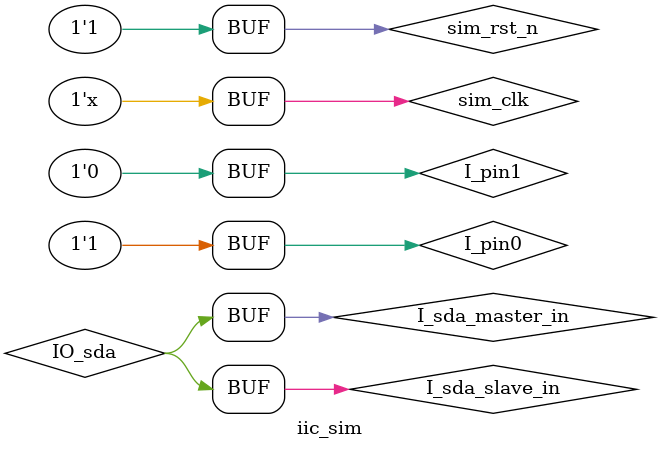
<source format=v>
`timescale 1ns / 1ps

module iic_sim;
parameter CLK_PERIOD = 20; //·ÂÕæÖÜÆÚ20ns=50M
parameter RST_CYCLE = 10; //¸´Î»ÖÜÆÚÊý
parameter RST_TIME = RST_CYCLE * CLK_PERIOD; 

reg sim_clk;
reg sim_rst_n;
reg I_pin1 ;
reg I_pin0 ;

initial
begin
    sim_clk = 0;
    sim_rst_n = 0;
    I_pin1 = 0 ;
	I_pin0 = 1 ;
    #RST_TIME sim_rst_n = 1;
end  

always #(CLK_PERIOD/2) sim_clk = ~sim_clk;

///////////////////////////////////////////////////////

reg           I_send_en           ;  // IIC·¢ËÍÊ¹ÄÜ
reg           I_recv_en           ;  // IIC½ÓÊÕÊ¹ÄÜ
reg   [6:0]   I_dev_addr          ;  // IICÉè±¸µÄÎïÀíµØÖ·
reg   [7:0]   I_word_addr         ;  // IICÉè±¸µÄ×ÖµØÖ·£¬¼´²Ù×÷µÄIICÉè±¸µÄÄÚ²¿µØÖ·
reg   [7:0]   I_write_data        ;  // ÍùIICÉè±¸µÄ×ÖµØÖ·Ð´ÈëµÄÊý¾Ý
reg           I_send_stop         ;  // ·¢ËÍ²Ù×÷½áÊøÐÅºÅ
reg           I_recv_stop         ;  // ½ÓÊÕ²Ù×÷½áÊøÐÅºÅ
wire          O_send_done         ;  // Ð´IICÉè±¸×Ö½Ú£¬·¢ËÍÍê³É±êÖ¾Î»
wire          O_send_end          ;  // Ð´IICÉè±¸²Ù×÷£¬Íê³É±êÖ¾Î»
wire          O_recv_done         ;  // ¶ÁIICÉè±¸×Ö½Ú£¬½ÓÊÕÍê³É±êÖ¾Î»
wire          O_recv_end          ;  // ¶ÁIICÉè±¸²Ù×÷£¬Íê³É±êÖ¾Î»
wire   [7:0]  O_recv_data         ;  // ´ÓIICÉè±¸µÄ×ÖµØÖ·¶Á³öµÄÊý¾Ý
wire          O_sda_master_oe     ;  // ÉèÖÃSDA£¨·½Ïò£©Ä£Ê½£¬1ÎªÊä³ö£¬0ÎªÊäÈë
wire          O_sda_master_out    ;  // SDA¼Ä´æÆ÷£¬ÓÃÓÚSDAÊä³ö
wire          I_sda_master_in     ;  // IIC×ÜÏßµÄË«Ïò´®ÐÐÊý¾ÝÏßSDA
wire          IO_sda              ;
wire          O_scl               ;

wire          O_sda_slave_out     ; // SDAÊä³ö¼Ä´æÆ÷       
                                
iic_master U_iic_master(        
    .I_clk               ( sim_clk            ),
    .I_rst_n             ( sim_rst_n          ),
    .I_send_en           ( I_send_en          ),
    .I_recv_en           ( I_recv_en          ),
    .I_dev_addr          ( I_dev_addr         ),
    .I_word_addr         ( I_word_addr        ),
    .I_write_data        ( I_write_data       ),
    .I_send_stop         ( I_send_stop        ),
    .I_recv_stop         ( I_recv_stop        ),
    .O_send_done         ( O_send_done        ),
    .O_send_end          ( O_send_end         ),
    .O_recv_done         ( O_recv_done        ),
    .O_recv_end          ( O_recv_end         ),
    .O_recv_data         ( O_recv_data        ),                                      
// ±ê×¼µÄIIC×ÜÏßÏà¹ØÐÅºÅÏß                          
    .I_sda_in            ( I_sda_master_in    ), 
    .O_sda_out           ( O_sda_master_out   ),
    .O_sda_oe            ( O_sda_master_oe    ), 
    .O_scl               ( O_scl              )	
);        

// master½Ó¿ÚÈýÌ¬ÃÅ            
assign IO_sda           = O_sda_master_oe ? O_sda_master_out: O_sda_slave_out ;//inout
assign I_sda_master_in  = IO_sda ;
  
//********************************************************************************
reg    [7:0]   I_read_data        ; // À´×ÔÓÚ´æ´¢µØÖ·µÄÊý¾Ý£¬»ò½«Òª±»Ö÷»ú¶ÁµÄÊý¾Ý
wire   [6:0]   O_dev_addr         ; // ´Ó»ú½Ó¿Ú½«½ÓÊÕµ½µÄÉè±¸µØÖ·Êä³ö¸ø´Ó»ú
wire   [7:0]   O_word_addr        ; // ´Ó»ú½Ó¿Ú½«½ÓÊÕµ½µÄ´æ´¢µØÖ·Êä³ö¸ø´Ó»ú
wire   [7:0]   O_write_data       ; // Ð´Èë´æ´¢µØÖ·µÄÊý¾Ý£¬»ò´ÓÖ÷»ú½«ÒªÐ´Èë´æ´¢Æ÷µÄÊý¾Ý
wire           O_get_end          ; // Ð´´æ´¢Æ÷²Ù×÷½áÊø±êÖ¾
wire           O_get_done         ; // Ð´´æ´¢Æ÷Ò»¸ö×Ö½ÚÊý¾Ý²Ù×÷Íê³É±êÖ¾
wire           O_read_end         ; // ¶Á´æ´¢Æ÷²Ù×÷½áÊø±êÖ¾
wire           O_read_done        ; // ¶Á´æ´¢Æ÷Ò»¸ö×Ö½ÚÊý¾Ý²Ù×÷Íê³É±êÖ¾
wire           I_sda_slave_in     ; // SDAÄ£Ê½£¬1ÎªÊä³ö£¬0ÎªÊäÈë
//wire           O_sda_slave_out    ; // SDAÊä³ö¼Ä´æÆ÷                                                  
wire           O_sda_slave_oe     ;

			 
iic_slave U_iic_slave(            
    .I_clk             ( sim_clk            ),
    .I_rst_n           ( sim_rst_n          ),
	.I_pin0            ( I_pin0             ),
	.I_pin1            ( I_pin1             ),
    .I_read_data       ( I_read_data        ),
    .O_dev_addr        ( O_dev_addr         ),
    .O_word_addr       ( O_word_addr        ),
    .O_write_data      ( O_write_data       ),
    .O_get_end         ( O_get_end          ),
    .O_get_done        ( O_get_done         ),
    .O_read_end        ( O_read_end         ),
    .O_read_done       ( O_read_done        ),
	// ±ê×¼µÄIIC×ÜÏßÏà¹ØÐÅºÅÏß
    .I_sda_in          ( I_sda_slave_in     ),
    .O_sda_out         ( O_sda_slave_out    ),
    .O_sda_oe          ( O_sda_slave_oe     ),
    .I_scl             ( O_scl              )
);

// slave½Ó¿ÚÈýÌ¬ÃÅ         
//assign IO_sda           =  O_sda_slave_oe ? O_sda_slave_out: O_sda_master_out ;
assign I_sda_slave_in   =  IO_sda ;

//**********************************************************************debug*****************************************************
/*                       
//**********************************Ð´²Ù×÷·ÂÕæ*********************************
reg [7:0] cnt  ;
always@(posedge sim_clk , negedge sim_rst_n )
begin
    if(!sim_rst_n)
       begin
          I_send_en     <=  1'b1        ;
		  I_recv_en     <=  1'b0        ;
		  I_dev_addr    <=  7'b10100_00 ;
		  I_word_addr   <=  8'h23       ;
		  I_send_stop   <=  1'b0        ;
		  I_recv_stop   <=  1'b0        ;	       
	      I_write_data  <=  8'h01       ;
		  I_read_data	<=  8'h00       ;
		  cnt           <=  1'b0        ;
       end
	else if(cnt==251)  
	   begin	      
		  I_send_stop   <=  1'b1        ;
		  if(O_send_end)  
		     begin
			    I_send_en     <=  1'b0  ;
		     end 
		  else	I_send_stop   <=  1'b1  ; 
	   end	
	else if(O_send_done)    
	   begin
	      cnt  <=  cnt + 1 ; 
		  I_write_data  <=  I_write_data  + 1    ;
	   end 
end
*/
 
//**********************************¶Á²Ù×÷·ÂÕæ*********************************
reg [7:0]  cnt ;
always@(posedge sim_clk , negedge sim_rst_n )
begin
    if(!sim_rst_n)
       begin            
          I_send_en     <=  1'b0        ;
		  I_recv_en     <=  1'b1        ;
		  I_dev_addr    <=  7'b10100_00 ;
		  I_word_addr   <=  8'h23       ;
		  I_send_stop   <=  1'b0        ;
		  I_recv_stop   <=  1'b0        ;
		  I_write_data  <=  8'h00       ;
		  I_read_data	<=  8'h00       ;
		  cnt           <=  1'b0        ;	
       end
	else if(cnt==251)  
	   begin
		  I_recv_stop   <=  1'b1        ;
		  if(O_recv_end)  
		     begin
			    I_recv_en     <=  1'b0  ;
		     end 
		  else	I_recv_stop   <=  1'b1  ; 
	   end   
	else if(O_recv_done)  
	   begin
	      cnt	<=  cnt + 1  ;
          I_read_data	<=  I_read_data + 1  ;	      
	   end   	   
end

// Ð´8¸ö×Ö½Ú

////////////////////////////////////////////////////////
/*
// Ð´8¸ö×Ö½Ú
reg [3:0] cnt  ;
always@(posedge sim_clk , negedge sim_rst_n )
begin
    if(!sim_rst_n)
       begin
          I_send_en     <=  1'b1        ;
		  I_recv_en     <=  1'b0        ;
		  I_dev_addr    <=  7'b10100_00 ;
		  I_word_addr   <=  8'h23       ;
		  I_send_stop   <=  1'b0        ;
		  I_recv_stop   <=  1'b0        ;	       
	      I_write_data  <=  8'h01       ;
		  I_read_data	<=  8'h00       ;
		  cnt           <=  1'b0        ;
       end
	else if(cnt==8)  
	   begin	      
		  I_send_stop   <=  1'b1        ;
		  if(O_send_end)  
		     begin
			    I_send_en     <=  1'b0  ;
		     end 
		  else	I_send_stop   <=  1'b1  ; 
	   end	
	else if(O_send_done)    
	   begin
	      cnt  <=  cnt + 1 ; 
		  I_write_data  <=  I_write_data  + 1    ;
	   end 
end
*/
/*
//¶Á8¸ö×Ö½Ú
reg [3:0]  cnt ;
always@(posedge sim_clk , negedge sim_rst_n )
begin
    if(!sim_rst_n)
       begin            
          I_send_en     <=  1'b0        ;
		  I_recv_en     <=  1'b1        ;
		  I_dev_addr    <=  7'b10100_00 ;
		  I_word_addr   <=  8'h23       ;
		  I_send_stop   <=  1'b0        ;
		  I_recv_stop   <=  1'b0        ;
		  I_write_data  <=  8'h00       ;
		  I_read_data	<=  8'h01       ;
		  cnt           <=  1'b0        ;	
       end
	else if(cnt==8)  
	   begin
		  I_recv_stop   <=  1'b1        ;
		  if(O_recv_end)  
		     begin
			    I_recv_en     <=  1'b0  ;
		     end 
		  else	I_recv_stop   <=  1'b1  ; 
	   end   
	else if(O_recv_done)  
	   begin
	      cnt	<=  cnt + 1  ;
          I_read_data	<=  I_read_data + 1  ;	      
	   end   	   
end
*/


endmodule

</source>
